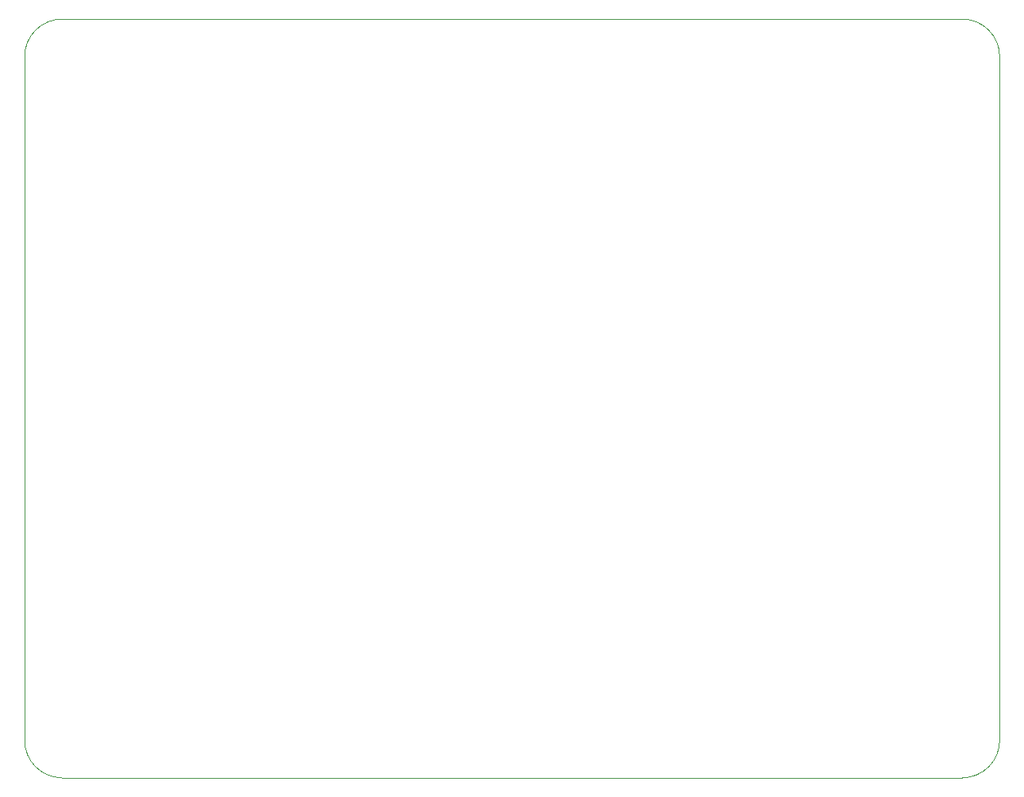
<source format=gbr>
%TF.GenerationSoftware,KiCad,Pcbnew,(5.1.10)-1*%
%TF.CreationDate,2021-08-05T14:48:44-04:00*%
%TF.ProjectId,ftdi-testing-board,66746469-2d74-4657-9374-696e672d626f,rev?*%
%TF.SameCoordinates,Original*%
%TF.FileFunction,Paste,Bot*%
%TF.FilePolarity,Positive*%
%FSLAX46Y46*%
G04 Gerber Fmt 4.6, Leading zero omitted, Abs format (unit mm)*
G04 Created by KiCad (PCBNEW (5.1.10)-1) date 2021-08-05 14:48:44*
%MOMM*%
%LPD*%
G01*
G04 APERTURE LIST*
%TA.AperFunction,Profile*%
%ADD10C,0.050000*%
%TD*%
G04 APERTURE END LIST*
D10*
X242000000Y-94000000D02*
G75*
G03*
X238000000Y-90000000I-4000000J0D01*
G01*
X238000000Y-171000000D02*
G75*
G03*
X242000000Y-167000000I0J4000000D01*
G01*
X138000000Y-167000000D02*
G75*
G03*
X142000000Y-171000000I4000000J0D01*
G01*
X142000000Y-90000000D02*
G75*
G03*
X138000000Y-94000000I0J-4000000D01*
G01*
X138000000Y-167000000D02*
X138000000Y-94000000D01*
X238000000Y-90000000D02*
X142000000Y-90000000D01*
X242000000Y-167000000D02*
X242000000Y-94000000D01*
X142000000Y-171000000D02*
X238000000Y-171000000D01*
M02*

</source>
